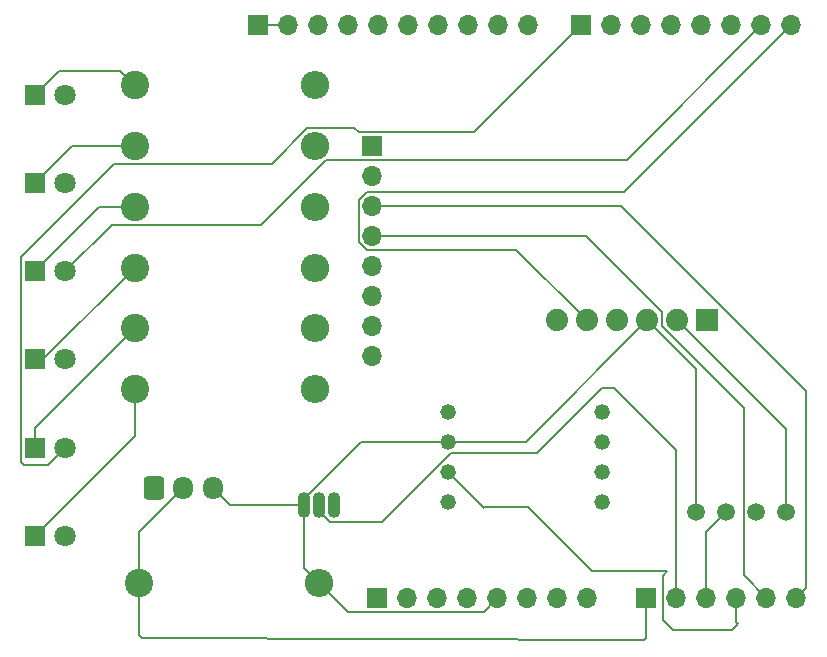
<source format=gbr>
%TF.GenerationSoftware,KiCad,Pcbnew,8.0.8*%
%TF.CreationDate,2025-03-13T01:40:52-06:00*%
%TF.ProjectId,Ballon Project,42616c6c-6f6e-4205-9072-6f6a6563742e,rev?*%
%TF.SameCoordinates,Original*%
%TF.FileFunction,Copper,L1,Top*%
%TF.FilePolarity,Positive*%
%FSLAX46Y46*%
G04 Gerber Fmt 4.6, Leading zero omitted, Abs format (unit mm)*
G04 Created by KiCad (PCBNEW 8.0.8) date 2025-03-13 01:40:52*
%MOMM*%
%LPD*%
G01*
G04 APERTURE LIST*
G04 Aperture macros list*
%AMRoundRect*
0 Rectangle with rounded corners*
0 $1 Rounding radius*
0 $2 $3 $4 $5 $6 $7 $8 $9 X,Y pos of 4 corners*
0 Add a 4 corners polygon primitive as box body*
4,1,4,$2,$3,$4,$5,$6,$7,$8,$9,$2,$3,0*
0 Add four circle primitives for the rounded corners*
1,1,$1+$1,$2,$3*
1,1,$1+$1,$4,$5*
1,1,$1+$1,$6,$7*
1,1,$1+$1,$8,$9*
0 Add four rect primitives between the rounded corners*
20,1,$1+$1,$2,$3,$4,$5,0*
20,1,$1+$1,$4,$5,$6,$7,0*
20,1,$1+$1,$6,$7,$8,$9,0*
20,1,$1+$1,$8,$9,$2,$3,0*%
G04 Aperture macros list end*
%TA.AperFunction,ComponentPad*%
%ADD10R,1.700000X1.700000*%
%TD*%
%TA.AperFunction,ComponentPad*%
%ADD11O,1.700000X1.700000*%
%TD*%
%TA.AperFunction,ComponentPad*%
%ADD12C,1.321000*%
%TD*%
%TA.AperFunction,ComponentPad*%
%ADD13C,2.400000*%
%TD*%
%TA.AperFunction,ComponentPad*%
%ADD14O,2.400000X2.400000*%
%TD*%
%TA.AperFunction,ComponentPad*%
%ADD15R,1.800000X1.800000*%
%TD*%
%TA.AperFunction,ComponentPad*%
%ADD16C,1.800000*%
%TD*%
%TA.AperFunction,ComponentPad*%
%ADD17R,1.879600X1.879600*%
%TD*%
%TA.AperFunction,ComponentPad*%
%ADD18C,1.879600*%
%TD*%
%TA.AperFunction,ComponentPad*%
%ADD19C,1.508000*%
%TD*%
%TA.AperFunction,ComponentPad*%
%ADD20O,1.100000X2.200000*%
%TD*%
%TA.AperFunction,ComponentPad*%
%ADD21RoundRect,0.250000X-0.600000X-0.725000X0.600000X-0.725000X0.600000X0.725000X-0.600000X0.725000X0*%
%TD*%
%TA.AperFunction,ComponentPad*%
%ADD22O,1.700000X1.950000*%
%TD*%
%TA.AperFunction,Conductor*%
%ADD23C,0.200000*%
%TD*%
%TA.AperFunction,Conductor*%
%ADD24C,0.250000*%
%TD*%
G04 APERTURE END LIST*
D10*
%TO.P,J4,1,Pin_1*%
%TO.N,/LED_Green*%
X134220000Y-60270000D03*
D11*
%TO.P,J4,2,Pin_2*%
%TO.N,unconnected-(J4-Pin_2-Pad2)*%
X136760000Y-60270000D03*
%TO.P,J4,3,Pin_3*%
%TO.N,unconnected-(J4-Pin_3-Pad3)*%
X139300000Y-60270000D03*
%TO.P,J4,4,Pin_4*%
%TO.N,unconnected-(J4-Pin_4-Pad4)*%
X141840000Y-60270000D03*
%TO.P,J4,5,Pin_5*%
%TO.N,unconnected-(J4-Pin_5-Pad5)*%
X144380000Y-60270000D03*
%TO.P,J4,6,Pin_6*%
%TO.N,unconnected-(J4-Pin_6-Pad6)*%
X146920000Y-60270000D03*
%TO.P,J4,7,Pin_7*%
%TO.N,/LED_Blue*%
X149460000Y-60270000D03*
%TO.P,J4,8,Pin_8*%
%TO.N,/Open Log*%
X152000000Y-60270000D03*
%TD*%
D12*
%TO.P,IC1,1,NC_1*%
%TO.N,unconnected-(IC1-NC_1-Pad1)*%
X122920000Y-93000000D03*
%TO.P,IC1,2,VSUPPLY*%
%TO.N,+5V*%
X122920000Y-95540000D03*
%TO.P,IC1,3,VOUT*%
%TO.N,/Pressure Sensor*%
X122920000Y-98080000D03*
%TO.P,IC1,4,GND*%
%TO.N,GND*%
X122920000Y-100620000D03*
%TO.P,IC1,5,NC_2*%
%TO.N,unconnected-(IC1-NC_2-Pad5)*%
X136000000Y-100620000D03*
%TO.P,IC1,6,NC_3*%
%TO.N,unconnected-(IC1-NC_3-Pad6)*%
X136000000Y-98080000D03*
%TO.P,IC1,7,NC_4*%
%TO.N,unconnected-(IC1-NC_4-Pad7)*%
X136000000Y-95540000D03*
%TO.P,IC1,8,NC_5*%
%TO.N,unconnected-(IC1-NC_5-Pad8)*%
X136000000Y-93000000D03*
%TD*%
D13*
%TO.P,R1,1*%
%TO.N,Net-(D1-K)*%
X96380000Y-65350000D03*
D14*
%TO.P,R1,2*%
%TO.N,GND*%
X111620000Y-65350000D03*
%TD*%
D15*
%TO.P,D4,1,K*%
%TO.N,Net-(D4-K)*%
X87960000Y-88560000D03*
D16*
%TO.P,D4,2,A*%
%TO.N,/LED_BlueTwo*%
X90500000Y-88560000D03*
%TD*%
D13*
%TO.P,R6,1*%
%TO.N,Net-(D6-K)*%
X96380000Y-91100000D03*
D14*
%TO.P,R6,2*%
%TO.N,GND*%
X111620000Y-91100000D03*
%TD*%
D13*
%TO.P,R3,1*%
%TO.N,Net-(D3-K)*%
X96380000Y-75650000D03*
D14*
%TO.P,R3,2*%
%TO.N,GND*%
X111620000Y-75650000D03*
%TD*%
D17*
%TO.P,U1,1,BLK*%
%TO.N,unconnected-(U1-BLK-Pad1)*%
X144850000Y-85255000D03*
D18*
%TO.P,U1,2,GND*%
%TO.N,GND*%
X142310000Y-85255000D03*
%TO.P,U1,3,VCC*%
%TO.N,+5V*%
X139770000Y-85255000D03*
%TO.P,U1,4,TXO*%
%TO.N,unconnected-(U1-TXO-Pad4)*%
X137230000Y-85255000D03*
%TO.P,U1,5,RXI*%
%TO.N,/Open Log*%
X134690000Y-85255000D03*
%TO.P,U1,6,GRN*%
%TO.N,unconnected-(U1-GRN-Pad6)*%
X132150000Y-85255000D03*
%TD*%
D13*
%TO.P,R5,1*%
%TO.N,Net-(D5-K)*%
X96380000Y-85950000D03*
D14*
%TO.P,R5,2*%
%TO.N,GND*%
X111620000Y-85950000D03*
%TD*%
D10*
%TO.P,J1,1,Pin_1*%
%TO.N,/.*%
X106860000Y-60270000D03*
D11*
%TO.P,J1,2,Pin_2*%
X109400000Y-60270000D03*
%TO.P,J1,3,Pin_3*%
%TO.N,/AREF*%
X111940000Y-60270000D03*
%TO.P,J1,4,Pin_4*%
%TO.N,GND*%
X114480000Y-60270000D03*
%TO.P,J1,5,Pin_5*%
%TO.N,/13*%
X117020000Y-60270000D03*
%TO.P,J1,6,Pin_6*%
%TO.N,/12*%
X119560000Y-60270000D03*
%TO.P,J1,7,Pin_7*%
%TO.N,/\u002A11*%
X122100000Y-60270000D03*
%TO.P,J1,8,Pin_8*%
%TO.N,/\u002A10*%
X124640000Y-60270000D03*
%TO.P,J1,9,Pin_9*%
%TO.N,unconnected-(J1-Pin_9-Pad9)*%
X127180000Y-60270000D03*
%TO.P,J1,10,Pin_10*%
%TO.N,unconnected-(J1-Pin_10-Pad10)*%
X129720000Y-60270000D03*
%TD*%
D13*
%TO.P,R4,1*%
%TO.N,Net-(D4-K)*%
X96380000Y-80800000D03*
D14*
%TO.P,R4,2*%
%TO.N,GND*%
X111620000Y-80800000D03*
%TD*%
D10*
%TO.P,J5,1,Pin_1*%
%TO.N,+5V*%
X116500000Y-70500000D03*
D11*
%TO.P,J5,2,Pin_2*%
%TO.N,GND*%
X116500000Y-73040000D03*
%TO.P,J5,3,Pin_3*%
%TO.N,/I2C_SCL*%
X116500000Y-75580000D03*
%TO.P,J5,4,Pin_4*%
%TO.N,/I2C_SDA*%
X116500000Y-78120000D03*
%TO.P,J5,5,Pin_5*%
%TO.N,unconnected-(J5-Pin_5-Pad5)*%
X116500000Y-80660000D03*
%TO.P,J5,6,Pin_6*%
%TO.N,unconnected-(J5-Pin_6-Pad6)*%
X116500000Y-83200000D03*
%TO.P,J5,7,Pin_7*%
%TO.N,unconnected-(J5-Pin_7-Pad7)*%
X116500000Y-85740000D03*
%TO.P,J5,8,Pin_8*%
%TO.N,unconnected-(J5-Pin_8-Pad8)*%
X116500000Y-88280000D03*
%TD*%
D15*
%TO.P,D6,1,K*%
%TO.N,Net-(D6-K)*%
X87960000Y-103500000D03*
D16*
%TO.P,D6,2,A*%
%TO.N,/LED_Red*%
X90500000Y-103500000D03*
%TD*%
D15*
%TO.P,D5,1,K*%
%TO.N,Net-(D5-K)*%
X87960000Y-96030000D03*
D16*
%TO.P,D5,2,A*%
%TO.N,/LED_Green*%
X90500000Y-96030000D03*
%TD*%
D10*
%TO.P,J3,1,Pin_1*%
%TO.N,/Temp 1*%
X139720000Y-108770000D03*
D11*
%TO.P,J3,2,Pin_2*%
%TO.N,/Temp 2*%
X142260000Y-108770000D03*
%TO.P,J3,3,Pin_3*%
%TO.N,/Humidity Sensor*%
X144800000Y-108770000D03*
%TO.P,J3,4,Pin_4*%
%TO.N,/Pressure Sensor*%
X147340000Y-108770000D03*
%TO.P,J3,5,Pin_5*%
%TO.N,/I2C_SDA*%
X149880000Y-108770000D03*
%TO.P,J3,6,Pin_6*%
%TO.N,/I2C_SCL*%
X152420000Y-108770000D03*
%TD*%
D10*
%TO.P,J2,1,Pin_1*%
%TO.N,unconnected-(J2-Pin_1-Pad1)*%
X116940000Y-108770000D03*
D11*
%TO.P,J2,2,Pin_2*%
%TO.N,unconnected-(J2-Pin_2-Pad2)*%
X119480000Y-108770000D03*
%TO.P,J2,3,Pin_3*%
%TO.N,unconnected-(J2-Pin_3-Pad3)*%
X122020000Y-108770000D03*
%TO.P,J2,4,Pin_4*%
%TO.N,+3V3*%
X124560000Y-108770000D03*
%TO.P,J2,5,Pin_5*%
%TO.N,+5V*%
X127100000Y-108770000D03*
%TO.P,J2,6,Pin_6*%
%TO.N,GND*%
X129640000Y-108770000D03*
%TO.P,J2,7,Pin_7*%
X132180000Y-108770000D03*
%TO.P,J2,8,Pin_8*%
%TO.N,VCC*%
X134720000Y-108770000D03*
%TD*%
D19*
%TO.P,SENS-1,P$1,VCC*%
%TO.N,+5V*%
X143920000Y-101500000D03*
%TO.P,SENS-1,P$2,DAT*%
%TO.N,/Humidity Sensor*%
X146460000Y-101500000D03*
%TO.P,SENS-1,P$3*%
%TO.N,N/C*%
X149000000Y-101500000D03*
%TO.P,SENS-1,P$4,GND*%
%TO.N,GND*%
X151540000Y-101500000D03*
%TD*%
D13*
%TO.P,R7,1*%
%TO.N,/Temp 1*%
X96760000Y-107500000D03*
D14*
%TO.P,R7,2*%
%TO.N,+5V*%
X112000000Y-107500000D03*
%TD*%
D15*
%TO.P,D2,1,K*%
%TO.N,Net-(D2-K)*%
X87960000Y-73620000D03*
D16*
%TO.P,D2,2,A*%
%TO.N,/LED_Orange*%
X90500000Y-73620000D03*
%TD*%
D15*
%TO.P,D1,1,K*%
%TO.N,Net-(D1-K)*%
X87960000Y-66150000D03*
D16*
%TO.P,D1,2,A*%
%TO.N,/LED_Yellow*%
X90500000Y-66150000D03*
%TD*%
D13*
%TO.P,R2,1*%
%TO.N,Net-(D2-K)*%
X96380000Y-70500000D03*
D14*
%TO.P,R2,2*%
%TO.N,GND*%
X111620000Y-70500000D03*
%TD*%
D20*
%TO.P,U3,1,+VS*%
%TO.N,+5V*%
X110730000Y-100900000D03*
%TO.P,U3,2,VOUT*%
%TO.N,/Temp 2*%
X112000000Y-100900000D03*
%TO.P,U3,3,GND*%
%TO.N,GND*%
X113270000Y-100900000D03*
%TD*%
D15*
%TO.P,D3,1,K*%
%TO.N,Net-(D3-K)*%
X87960000Y-81090000D03*
D16*
%TO.P,D3,2,A*%
%TO.N,/LED_Blue*%
X90500000Y-81090000D03*
%TD*%
D21*
%TO.P,J7,1,Pin_1*%
%TO.N,GND*%
X98000000Y-99475000D03*
D22*
%TO.P,J7,2,Pin_2*%
%TO.N,/Temp 1*%
X100500000Y-99475000D03*
%TO.P,J7,3,Pin_3*%
%TO.N,+5V*%
X103000000Y-99475000D03*
%TD*%
D23*
%TO.N,Net-(D1-K)*%
X95180000Y-64150000D02*
X96380000Y-65350000D01*
X87960000Y-66150000D02*
X89960000Y-64150000D01*
X89960000Y-64150000D02*
X95180000Y-64150000D01*
%TO.N,Net-(D2-K)*%
X91080000Y-70500000D02*
X96380000Y-70500000D01*
X87960000Y-73620000D02*
X91080000Y-70500000D01*
%TO.N,Net-(D3-K)*%
X93400000Y-75650000D02*
X96380000Y-75650000D01*
X87960000Y-81090000D02*
X93400000Y-75650000D01*
%TO.N,/LED_Blue*%
X149460000Y-60270000D02*
X138080000Y-71650000D01*
X94440000Y-77150000D02*
X90500000Y-81090000D01*
X112591321Y-71650000D02*
X107091321Y-77150000D01*
X107091321Y-77150000D02*
X94440000Y-77150000D01*
X138080000Y-71650000D02*
X112591321Y-71650000D01*
%TO.N,Net-(D4-K)*%
X88620000Y-88560000D02*
X96380000Y-80800000D01*
X87960000Y-88560000D02*
X88620000Y-88560000D01*
%TO.N,Net-(D5-K)*%
X87960000Y-96030000D02*
X87960000Y-94370000D01*
X87960000Y-94370000D02*
X96380000Y-85950000D01*
%TO.N,/LED_Green*%
X86760000Y-79890000D02*
X86760000Y-97230000D01*
X87030000Y-97500000D02*
X89030000Y-97500000D01*
X94650000Y-72000000D02*
X86760000Y-79890000D01*
X115350000Y-69350000D02*
X115000000Y-69000000D01*
X134220000Y-60270000D02*
X125140000Y-69350000D01*
X86760000Y-97230000D02*
X87030000Y-97500000D01*
X107998679Y-72000000D02*
X94650000Y-72000000D01*
X115000000Y-69000000D02*
X110998679Y-69000000D01*
X89030000Y-97500000D02*
X90500000Y-96030000D01*
X110998679Y-69000000D02*
X107998679Y-72000000D01*
X125140000Y-69350000D02*
X115350000Y-69350000D01*
%TO.N,Net-(D6-K)*%
X87960000Y-103500000D02*
X96380000Y-95080000D01*
X96380000Y-95080000D02*
X96380000Y-91100000D01*
%TO.N,GND*%
X98000000Y-99475000D02*
X98000000Y-99000000D01*
X151540000Y-101500000D02*
X151540000Y-94485000D01*
X151540000Y-94485000D02*
X142310000Y-85255000D01*
%TO.N,/I2C_SCL*%
X153270000Y-107920000D02*
X153270000Y-91270000D01*
X152420000Y-108770000D02*
X153270000Y-107920000D01*
X153270000Y-91270000D02*
X137580000Y-75580000D01*
X137580000Y-75580000D02*
X116500000Y-75580000D01*
%TO.N,/I2C_SDA*%
X147946000Y-106836000D02*
X147946000Y-92644342D01*
X149880000Y-108770000D02*
X147946000Y-106836000D01*
X134620000Y-78120000D02*
X116500000Y-78120000D01*
X141070200Y-84570200D02*
X134620000Y-78120000D01*
X147946000Y-92644342D02*
X141070200Y-85768542D01*
X141070200Y-85768542D02*
X141070200Y-84570200D01*
%TO.N,+5V*%
X143920000Y-89405000D02*
X139770000Y-85255000D01*
X110730000Y-100900000D02*
X110730000Y-100350000D01*
X125950000Y-109920000D02*
X114420000Y-109920000D01*
X110730000Y-100900000D02*
X104425000Y-100900000D01*
X129485000Y-95540000D02*
X139770000Y-85255000D01*
X114420000Y-109920000D02*
X112000000Y-107500000D01*
X127100000Y-108770000D02*
X125950000Y-109920000D01*
X122920000Y-95540000D02*
X129485000Y-95540000D01*
X112000000Y-107500000D02*
X110730000Y-106230000D01*
X110730000Y-106230000D02*
X110730000Y-100900000D01*
X143920000Y-101500000D02*
X143920000Y-89405000D01*
X110730000Y-100350000D02*
X115540000Y-95540000D01*
X104425000Y-100900000D02*
X103000000Y-99475000D01*
X115540000Y-95540000D02*
X122920000Y-95540000D01*
%TO.N,unconnected-(J2-Pin_3-Pad3)*%
X122020000Y-108770000D02*
X121770000Y-108770000D01*
X121770000Y-108770000D02*
X121500000Y-108500000D01*
%TO.N,/Pressure Sensor*%
X147000000Y-111500000D02*
X147500000Y-111000000D01*
X141110000Y-106890000D02*
X141110000Y-110610000D01*
X142000000Y-111500000D02*
X147000000Y-111500000D01*
X129730000Y-101080000D02*
X135150000Y-106500000D01*
X125920000Y-101080000D02*
X129730000Y-101080000D01*
X141110000Y-110610000D02*
X142000000Y-111500000D01*
X125920000Y-101080000D02*
X125950000Y-101110000D01*
X135150000Y-106500000D02*
X141500000Y-106500000D01*
X122920000Y-98080000D02*
X125920000Y-101080000D01*
X141500000Y-106500000D02*
X141110000Y-106890000D01*
X147340000Y-110840000D02*
X147340000Y-108770000D01*
X147500000Y-111000000D02*
X147340000Y-110840000D01*
%TO.N,/.*%
X109400000Y-60270000D02*
X106860000Y-60270000D01*
%TO.N,/Humidity Sensor*%
X146460000Y-101500000D02*
X144800000Y-103160000D01*
X144800000Y-103160000D02*
X144800000Y-108770000D01*
%TO.N,/Temp 2*%
X130499500Y-96500500D02*
X136000000Y-91000000D01*
X112917918Y-102300000D02*
X117341647Y-102300000D01*
X112000000Y-101382082D02*
X112917918Y-102300000D01*
X142260000Y-96260000D02*
X142260000Y-108770000D01*
X112000000Y-100900000D02*
X112000000Y-101382082D01*
X117341647Y-102300000D02*
X123141147Y-96500500D01*
X136000000Y-91000000D02*
X137000000Y-91000000D01*
X123141147Y-96500500D02*
X130499500Y-96500500D01*
X112000000Y-101450000D02*
X112000000Y-100900000D01*
X137000000Y-91000000D02*
X142260000Y-96260000D01*
%TO.N,/Temp 1*%
X139506645Y-112338053D02*
X139720000Y-112124698D01*
X139720000Y-112124698D02*
X139720000Y-108770000D01*
X97001327Y-112168115D02*
X139506645Y-112338053D01*
X96760000Y-111926788D02*
X97001327Y-112168115D01*
X96760000Y-103215000D02*
X100500000Y-99475000D01*
X96760000Y-107500000D02*
X96760000Y-103215000D01*
X96760000Y-107500000D02*
X96760000Y-111926788D01*
%TO.N,/Open Log*%
X116023654Y-79270000D02*
X115350000Y-78596346D01*
X134690000Y-85255000D02*
X128705000Y-79270000D01*
X115350000Y-78596346D02*
X115350000Y-75103654D01*
X128705000Y-79270000D02*
X116023654Y-79270000D01*
X116023654Y-74430000D02*
X137840000Y-74430000D01*
X137840000Y-74430000D02*
X152000000Y-60270000D01*
X115350000Y-75103654D02*
X116023654Y-74430000D01*
D24*
%TO.N,unconnected-(J4-Pin_2-Pad2)*%
X137180000Y-60510000D02*
X136920000Y-60250000D01*
%TD*%
M02*

</source>
